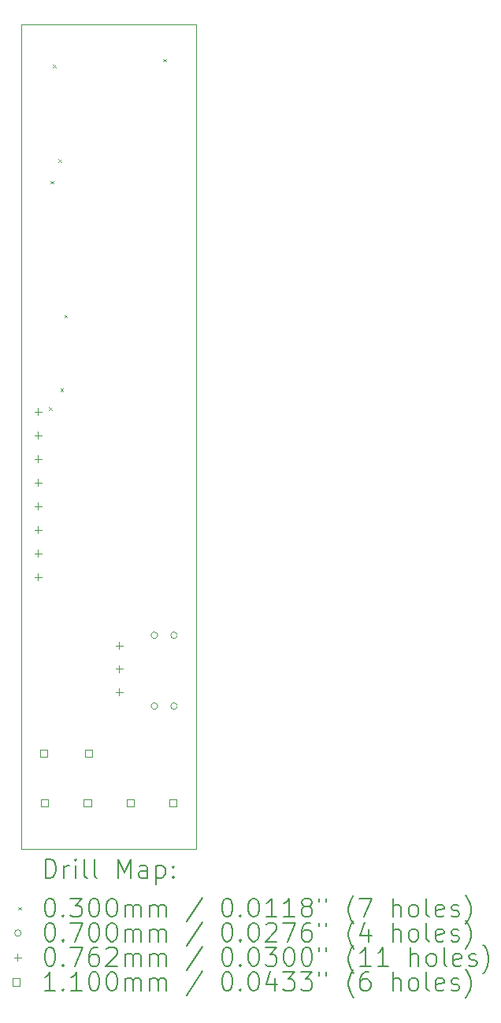
<source format=gbr>
%TF.GenerationSoftware,KiCad,Pcbnew,8.0.8*%
%TF.CreationDate,2025-02-17T15:57:04+09:00*%
%TF.ProjectId,hotdoggu_slimeVR_PCB,686f7464-6f67-4677-955f-736c696d6556,rev?*%
%TF.SameCoordinates,Original*%
%TF.FileFunction,Drillmap*%
%TF.FilePolarity,Positive*%
%FSLAX45Y45*%
G04 Gerber Fmt 4.5, Leading zero omitted, Abs format (unit mm)*
G04 Created by KiCad (PCBNEW 8.0.8) date 2025-02-17 15:57:04*
%MOMM*%
%LPD*%
G01*
G04 APERTURE LIST*
%ADD10C,0.050000*%
%ADD11C,0.200000*%
%ADD12C,0.100000*%
%ADD13C,0.110000*%
G04 APERTURE END LIST*
D10*
X14571000Y-4329000D02*
X16451000Y-4329000D01*
X16451000Y-13189000D01*
X14571000Y-13189000D01*
X14571000Y-4329000D01*
D11*
D12*
X14869400Y-8443200D02*
X14899400Y-8473200D01*
X14899400Y-8443200D02*
X14869400Y-8473200D01*
X14885000Y-6010000D02*
X14915000Y-6040000D01*
X14915000Y-6010000D02*
X14885000Y-6040000D01*
X14910000Y-4760000D02*
X14940000Y-4790000D01*
X14940000Y-4760000D02*
X14910000Y-4790000D01*
X14971000Y-5776200D02*
X15001000Y-5806200D01*
X15001000Y-5776200D02*
X14971000Y-5806200D01*
X14989400Y-8239400D02*
X15019400Y-8269400D01*
X15019400Y-8239400D02*
X14989400Y-8269400D01*
X15031000Y-7449500D02*
X15061000Y-7479500D01*
X15061000Y-7449500D02*
X15031000Y-7479500D01*
X16093000Y-4699000D02*
X16123000Y-4729000D01*
X16123000Y-4699000D02*
X16093000Y-4729000D01*
X16035000Y-10894000D02*
G75*
G02*
X15965000Y-10894000I-35000J0D01*
G01*
X15965000Y-10894000D02*
G75*
G02*
X16035000Y-10894000I35000J0D01*
G01*
X16035000Y-11656000D02*
G75*
G02*
X15965000Y-11656000I-35000J0D01*
G01*
X15965000Y-11656000D02*
G75*
G02*
X16035000Y-11656000I35000J0D01*
G01*
X16246000Y-10894000D02*
G75*
G02*
X16176000Y-10894000I-35000J0D01*
G01*
X16176000Y-10894000D02*
G75*
G02*
X16246000Y-10894000I35000J0D01*
G01*
X16246000Y-11656000D02*
G75*
G02*
X16176000Y-11656000I-35000J0D01*
G01*
X16176000Y-11656000D02*
G75*
G02*
X16246000Y-11656000I35000J0D01*
G01*
X14750000Y-8452100D02*
X14750000Y-8528300D01*
X14711900Y-8490200D02*
X14788100Y-8490200D01*
X14750000Y-8706100D02*
X14750000Y-8782300D01*
X14711900Y-8744200D02*
X14788100Y-8744200D01*
X14750000Y-8960100D02*
X14750000Y-9036300D01*
X14711900Y-8998200D02*
X14788100Y-8998200D01*
X14750000Y-9214100D02*
X14750000Y-9290300D01*
X14711900Y-9252200D02*
X14788100Y-9252200D01*
X14750000Y-9468100D02*
X14750000Y-9544300D01*
X14711900Y-9506200D02*
X14788100Y-9506200D01*
X14750000Y-9722100D02*
X14750000Y-9798300D01*
X14711900Y-9760200D02*
X14788100Y-9760200D01*
X14750000Y-9976100D02*
X14750000Y-10052300D01*
X14711900Y-10014200D02*
X14788100Y-10014200D01*
X14750000Y-10230100D02*
X14750000Y-10306300D01*
X14711900Y-10268200D02*
X14788100Y-10268200D01*
X15622000Y-10966200D02*
X15622000Y-11042400D01*
X15583900Y-11004300D02*
X15660100Y-11004300D01*
X15622000Y-11216200D02*
X15622000Y-11292400D01*
X15583900Y-11254300D02*
X15660100Y-11254300D01*
X15622000Y-11466200D02*
X15622000Y-11542400D01*
X15583900Y-11504300D02*
X15660100Y-11504300D01*
D13*
X14849691Y-12205491D02*
X14849691Y-12127709D01*
X14771909Y-12127709D01*
X14771909Y-12205491D01*
X14849691Y-12205491D01*
X14859891Y-12738891D02*
X14859891Y-12661109D01*
X14782109Y-12661109D01*
X14782109Y-12738891D01*
X14859891Y-12738891D01*
X15319891Y-12738891D02*
X15319891Y-12661109D01*
X15242109Y-12661109D01*
X15242109Y-12738891D01*
X15319891Y-12738891D01*
X15329691Y-12205491D02*
X15329691Y-12127709D01*
X15251909Y-12127709D01*
X15251909Y-12205491D01*
X15329691Y-12205491D01*
X15779891Y-12738891D02*
X15779891Y-12661109D01*
X15702109Y-12661109D01*
X15702109Y-12738891D01*
X15779891Y-12738891D01*
X16239891Y-12738891D02*
X16239891Y-12661109D01*
X16162109Y-12661109D01*
X16162109Y-12738891D01*
X16239891Y-12738891D01*
D11*
X14829277Y-13502984D02*
X14829277Y-13302984D01*
X14829277Y-13302984D02*
X14876896Y-13302984D01*
X14876896Y-13302984D02*
X14905467Y-13312508D01*
X14905467Y-13312508D02*
X14924515Y-13331555D01*
X14924515Y-13331555D02*
X14934039Y-13350603D01*
X14934039Y-13350603D02*
X14943562Y-13388698D01*
X14943562Y-13388698D02*
X14943562Y-13417269D01*
X14943562Y-13417269D02*
X14934039Y-13455365D01*
X14934039Y-13455365D02*
X14924515Y-13474412D01*
X14924515Y-13474412D02*
X14905467Y-13493460D01*
X14905467Y-13493460D02*
X14876896Y-13502984D01*
X14876896Y-13502984D02*
X14829277Y-13502984D01*
X15029277Y-13502984D02*
X15029277Y-13369650D01*
X15029277Y-13407746D02*
X15038801Y-13388698D01*
X15038801Y-13388698D02*
X15048324Y-13379174D01*
X15048324Y-13379174D02*
X15067372Y-13369650D01*
X15067372Y-13369650D02*
X15086420Y-13369650D01*
X15153086Y-13502984D02*
X15153086Y-13369650D01*
X15153086Y-13302984D02*
X15143562Y-13312508D01*
X15143562Y-13312508D02*
X15153086Y-13322031D01*
X15153086Y-13322031D02*
X15162610Y-13312508D01*
X15162610Y-13312508D02*
X15153086Y-13302984D01*
X15153086Y-13302984D02*
X15153086Y-13322031D01*
X15276896Y-13502984D02*
X15257848Y-13493460D01*
X15257848Y-13493460D02*
X15248324Y-13474412D01*
X15248324Y-13474412D02*
X15248324Y-13302984D01*
X15381658Y-13502984D02*
X15362610Y-13493460D01*
X15362610Y-13493460D02*
X15353086Y-13474412D01*
X15353086Y-13474412D02*
X15353086Y-13302984D01*
X15610229Y-13502984D02*
X15610229Y-13302984D01*
X15610229Y-13302984D02*
X15676896Y-13445841D01*
X15676896Y-13445841D02*
X15743562Y-13302984D01*
X15743562Y-13302984D02*
X15743562Y-13502984D01*
X15924515Y-13502984D02*
X15924515Y-13398222D01*
X15924515Y-13398222D02*
X15914991Y-13379174D01*
X15914991Y-13379174D02*
X15895943Y-13369650D01*
X15895943Y-13369650D02*
X15857848Y-13369650D01*
X15857848Y-13369650D02*
X15838801Y-13379174D01*
X15924515Y-13493460D02*
X15905467Y-13502984D01*
X15905467Y-13502984D02*
X15857848Y-13502984D01*
X15857848Y-13502984D02*
X15838801Y-13493460D01*
X15838801Y-13493460D02*
X15829277Y-13474412D01*
X15829277Y-13474412D02*
X15829277Y-13455365D01*
X15829277Y-13455365D02*
X15838801Y-13436317D01*
X15838801Y-13436317D02*
X15857848Y-13426793D01*
X15857848Y-13426793D02*
X15905467Y-13426793D01*
X15905467Y-13426793D02*
X15924515Y-13417269D01*
X16019753Y-13369650D02*
X16019753Y-13569650D01*
X16019753Y-13379174D02*
X16038801Y-13369650D01*
X16038801Y-13369650D02*
X16076896Y-13369650D01*
X16076896Y-13369650D02*
X16095943Y-13379174D01*
X16095943Y-13379174D02*
X16105467Y-13388698D01*
X16105467Y-13388698D02*
X16114991Y-13407746D01*
X16114991Y-13407746D02*
X16114991Y-13464888D01*
X16114991Y-13464888D02*
X16105467Y-13483936D01*
X16105467Y-13483936D02*
X16095943Y-13493460D01*
X16095943Y-13493460D02*
X16076896Y-13502984D01*
X16076896Y-13502984D02*
X16038801Y-13502984D01*
X16038801Y-13502984D02*
X16019753Y-13493460D01*
X16200705Y-13483936D02*
X16210229Y-13493460D01*
X16210229Y-13493460D02*
X16200705Y-13502984D01*
X16200705Y-13502984D02*
X16191182Y-13493460D01*
X16191182Y-13493460D02*
X16200705Y-13483936D01*
X16200705Y-13483936D02*
X16200705Y-13502984D01*
X16200705Y-13379174D02*
X16210229Y-13388698D01*
X16210229Y-13388698D02*
X16200705Y-13398222D01*
X16200705Y-13398222D02*
X16191182Y-13388698D01*
X16191182Y-13388698D02*
X16200705Y-13379174D01*
X16200705Y-13379174D02*
X16200705Y-13398222D01*
D12*
X14538500Y-13816500D02*
X14568500Y-13846500D01*
X14568500Y-13816500D02*
X14538500Y-13846500D01*
D11*
X14867372Y-13722984D02*
X14886420Y-13722984D01*
X14886420Y-13722984D02*
X14905467Y-13732508D01*
X14905467Y-13732508D02*
X14914991Y-13742031D01*
X14914991Y-13742031D02*
X14924515Y-13761079D01*
X14924515Y-13761079D02*
X14934039Y-13799174D01*
X14934039Y-13799174D02*
X14934039Y-13846793D01*
X14934039Y-13846793D02*
X14924515Y-13884888D01*
X14924515Y-13884888D02*
X14914991Y-13903936D01*
X14914991Y-13903936D02*
X14905467Y-13913460D01*
X14905467Y-13913460D02*
X14886420Y-13922984D01*
X14886420Y-13922984D02*
X14867372Y-13922984D01*
X14867372Y-13922984D02*
X14848324Y-13913460D01*
X14848324Y-13913460D02*
X14838801Y-13903936D01*
X14838801Y-13903936D02*
X14829277Y-13884888D01*
X14829277Y-13884888D02*
X14819753Y-13846793D01*
X14819753Y-13846793D02*
X14819753Y-13799174D01*
X14819753Y-13799174D02*
X14829277Y-13761079D01*
X14829277Y-13761079D02*
X14838801Y-13742031D01*
X14838801Y-13742031D02*
X14848324Y-13732508D01*
X14848324Y-13732508D02*
X14867372Y-13722984D01*
X15019753Y-13903936D02*
X15029277Y-13913460D01*
X15029277Y-13913460D02*
X15019753Y-13922984D01*
X15019753Y-13922984D02*
X15010229Y-13913460D01*
X15010229Y-13913460D02*
X15019753Y-13903936D01*
X15019753Y-13903936D02*
X15019753Y-13922984D01*
X15095943Y-13722984D02*
X15219753Y-13722984D01*
X15219753Y-13722984D02*
X15153086Y-13799174D01*
X15153086Y-13799174D02*
X15181658Y-13799174D01*
X15181658Y-13799174D02*
X15200705Y-13808698D01*
X15200705Y-13808698D02*
X15210229Y-13818222D01*
X15210229Y-13818222D02*
X15219753Y-13837269D01*
X15219753Y-13837269D02*
X15219753Y-13884888D01*
X15219753Y-13884888D02*
X15210229Y-13903936D01*
X15210229Y-13903936D02*
X15200705Y-13913460D01*
X15200705Y-13913460D02*
X15181658Y-13922984D01*
X15181658Y-13922984D02*
X15124515Y-13922984D01*
X15124515Y-13922984D02*
X15105467Y-13913460D01*
X15105467Y-13913460D02*
X15095943Y-13903936D01*
X15343562Y-13722984D02*
X15362610Y-13722984D01*
X15362610Y-13722984D02*
X15381658Y-13732508D01*
X15381658Y-13732508D02*
X15391182Y-13742031D01*
X15391182Y-13742031D02*
X15400705Y-13761079D01*
X15400705Y-13761079D02*
X15410229Y-13799174D01*
X15410229Y-13799174D02*
X15410229Y-13846793D01*
X15410229Y-13846793D02*
X15400705Y-13884888D01*
X15400705Y-13884888D02*
X15391182Y-13903936D01*
X15391182Y-13903936D02*
X15381658Y-13913460D01*
X15381658Y-13913460D02*
X15362610Y-13922984D01*
X15362610Y-13922984D02*
X15343562Y-13922984D01*
X15343562Y-13922984D02*
X15324515Y-13913460D01*
X15324515Y-13913460D02*
X15314991Y-13903936D01*
X15314991Y-13903936D02*
X15305467Y-13884888D01*
X15305467Y-13884888D02*
X15295943Y-13846793D01*
X15295943Y-13846793D02*
X15295943Y-13799174D01*
X15295943Y-13799174D02*
X15305467Y-13761079D01*
X15305467Y-13761079D02*
X15314991Y-13742031D01*
X15314991Y-13742031D02*
X15324515Y-13732508D01*
X15324515Y-13732508D02*
X15343562Y-13722984D01*
X15534039Y-13722984D02*
X15553086Y-13722984D01*
X15553086Y-13722984D02*
X15572134Y-13732508D01*
X15572134Y-13732508D02*
X15581658Y-13742031D01*
X15581658Y-13742031D02*
X15591182Y-13761079D01*
X15591182Y-13761079D02*
X15600705Y-13799174D01*
X15600705Y-13799174D02*
X15600705Y-13846793D01*
X15600705Y-13846793D02*
X15591182Y-13884888D01*
X15591182Y-13884888D02*
X15581658Y-13903936D01*
X15581658Y-13903936D02*
X15572134Y-13913460D01*
X15572134Y-13913460D02*
X15553086Y-13922984D01*
X15553086Y-13922984D02*
X15534039Y-13922984D01*
X15534039Y-13922984D02*
X15514991Y-13913460D01*
X15514991Y-13913460D02*
X15505467Y-13903936D01*
X15505467Y-13903936D02*
X15495943Y-13884888D01*
X15495943Y-13884888D02*
X15486420Y-13846793D01*
X15486420Y-13846793D02*
X15486420Y-13799174D01*
X15486420Y-13799174D02*
X15495943Y-13761079D01*
X15495943Y-13761079D02*
X15505467Y-13742031D01*
X15505467Y-13742031D02*
X15514991Y-13732508D01*
X15514991Y-13732508D02*
X15534039Y-13722984D01*
X15686420Y-13922984D02*
X15686420Y-13789650D01*
X15686420Y-13808698D02*
X15695943Y-13799174D01*
X15695943Y-13799174D02*
X15714991Y-13789650D01*
X15714991Y-13789650D02*
X15743563Y-13789650D01*
X15743563Y-13789650D02*
X15762610Y-13799174D01*
X15762610Y-13799174D02*
X15772134Y-13818222D01*
X15772134Y-13818222D02*
X15772134Y-13922984D01*
X15772134Y-13818222D02*
X15781658Y-13799174D01*
X15781658Y-13799174D02*
X15800705Y-13789650D01*
X15800705Y-13789650D02*
X15829277Y-13789650D01*
X15829277Y-13789650D02*
X15848324Y-13799174D01*
X15848324Y-13799174D02*
X15857848Y-13818222D01*
X15857848Y-13818222D02*
X15857848Y-13922984D01*
X15953086Y-13922984D02*
X15953086Y-13789650D01*
X15953086Y-13808698D02*
X15962610Y-13799174D01*
X15962610Y-13799174D02*
X15981658Y-13789650D01*
X15981658Y-13789650D02*
X16010229Y-13789650D01*
X16010229Y-13789650D02*
X16029277Y-13799174D01*
X16029277Y-13799174D02*
X16038801Y-13818222D01*
X16038801Y-13818222D02*
X16038801Y-13922984D01*
X16038801Y-13818222D02*
X16048324Y-13799174D01*
X16048324Y-13799174D02*
X16067372Y-13789650D01*
X16067372Y-13789650D02*
X16095943Y-13789650D01*
X16095943Y-13789650D02*
X16114991Y-13799174D01*
X16114991Y-13799174D02*
X16124515Y-13818222D01*
X16124515Y-13818222D02*
X16124515Y-13922984D01*
X16514991Y-13713460D02*
X16343563Y-13970603D01*
X16772134Y-13722984D02*
X16791182Y-13722984D01*
X16791182Y-13722984D02*
X16810229Y-13732508D01*
X16810229Y-13732508D02*
X16819753Y-13742031D01*
X16819753Y-13742031D02*
X16829277Y-13761079D01*
X16829277Y-13761079D02*
X16838801Y-13799174D01*
X16838801Y-13799174D02*
X16838801Y-13846793D01*
X16838801Y-13846793D02*
X16829277Y-13884888D01*
X16829277Y-13884888D02*
X16819753Y-13903936D01*
X16819753Y-13903936D02*
X16810229Y-13913460D01*
X16810229Y-13913460D02*
X16791182Y-13922984D01*
X16791182Y-13922984D02*
X16772134Y-13922984D01*
X16772134Y-13922984D02*
X16753086Y-13913460D01*
X16753086Y-13913460D02*
X16743563Y-13903936D01*
X16743563Y-13903936D02*
X16734039Y-13884888D01*
X16734039Y-13884888D02*
X16724515Y-13846793D01*
X16724515Y-13846793D02*
X16724515Y-13799174D01*
X16724515Y-13799174D02*
X16734039Y-13761079D01*
X16734039Y-13761079D02*
X16743563Y-13742031D01*
X16743563Y-13742031D02*
X16753086Y-13732508D01*
X16753086Y-13732508D02*
X16772134Y-13722984D01*
X16924515Y-13903936D02*
X16934039Y-13913460D01*
X16934039Y-13913460D02*
X16924515Y-13922984D01*
X16924515Y-13922984D02*
X16914991Y-13913460D01*
X16914991Y-13913460D02*
X16924515Y-13903936D01*
X16924515Y-13903936D02*
X16924515Y-13922984D01*
X17057848Y-13722984D02*
X17076896Y-13722984D01*
X17076896Y-13722984D02*
X17095944Y-13732508D01*
X17095944Y-13732508D02*
X17105468Y-13742031D01*
X17105468Y-13742031D02*
X17114991Y-13761079D01*
X17114991Y-13761079D02*
X17124515Y-13799174D01*
X17124515Y-13799174D02*
X17124515Y-13846793D01*
X17124515Y-13846793D02*
X17114991Y-13884888D01*
X17114991Y-13884888D02*
X17105468Y-13903936D01*
X17105468Y-13903936D02*
X17095944Y-13913460D01*
X17095944Y-13913460D02*
X17076896Y-13922984D01*
X17076896Y-13922984D02*
X17057848Y-13922984D01*
X17057848Y-13922984D02*
X17038801Y-13913460D01*
X17038801Y-13913460D02*
X17029277Y-13903936D01*
X17029277Y-13903936D02*
X17019753Y-13884888D01*
X17019753Y-13884888D02*
X17010229Y-13846793D01*
X17010229Y-13846793D02*
X17010229Y-13799174D01*
X17010229Y-13799174D02*
X17019753Y-13761079D01*
X17019753Y-13761079D02*
X17029277Y-13742031D01*
X17029277Y-13742031D02*
X17038801Y-13732508D01*
X17038801Y-13732508D02*
X17057848Y-13722984D01*
X17314991Y-13922984D02*
X17200706Y-13922984D01*
X17257848Y-13922984D02*
X17257848Y-13722984D01*
X17257848Y-13722984D02*
X17238801Y-13751555D01*
X17238801Y-13751555D02*
X17219753Y-13770603D01*
X17219753Y-13770603D02*
X17200706Y-13780127D01*
X17505468Y-13922984D02*
X17391182Y-13922984D01*
X17448325Y-13922984D02*
X17448325Y-13722984D01*
X17448325Y-13722984D02*
X17429277Y-13751555D01*
X17429277Y-13751555D02*
X17410229Y-13770603D01*
X17410229Y-13770603D02*
X17391182Y-13780127D01*
X17619753Y-13808698D02*
X17600706Y-13799174D01*
X17600706Y-13799174D02*
X17591182Y-13789650D01*
X17591182Y-13789650D02*
X17581658Y-13770603D01*
X17581658Y-13770603D02*
X17581658Y-13761079D01*
X17581658Y-13761079D02*
X17591182Y-13742031D01*
X17591182Y-13742031D02*
X17600706Y-13732508D01*
X17600706Y-13732508D02*
X17619753Y-13722984D01*
X17619753Y-13722984D02*
X17657849Y-13722984D01*
X17657849Y-13722984D02*
X17676896Y-13732508D01*
X17676896Y-13732508D02*
X17686420Y-13742031D01*
X17686420Y-13742031D02*
X17695944Y-13761079D01*
X17695944Y-13761079D02*
X17695944Y-13770603D01*
X17695944Y-13770603D02*
X17686420Y-13789650D01*
X17686420Y-13789650D02*
X17676896Y-13799174D01*
X17676896Y-13799174D02*
X17657849Y-13808698D01*
X17657849Y-13808698D02*
X17619753Y-13808698D01*
X17619753Y-13808698D02*
X17600706Y-13818222D01*
X17600706Y-13818222D02*
X17591182Y-13827746D01*
X17591182Y-13827746D02*
X17581658Y-13846793D01*
X17581658Y-13846793D02*
X17581658Y-13884888D01*
X17581658Y-13884888D02*
X17591182Y-13903936D01*
X17591182Y-13903936D02*
X17600706Y-13913460D01*
X17600706Y-13913460D02*
X17619753Y-13922984D01*
X17619753Y-13922984D02*
X17657849Y-13922984D01*
X17657849Y-13922984D02*
X17676896Y-13913460D01*
X17676896Y-13913460D02*
X17686420Y-13903936D01*
X17686420Y-13903936D02*
X17695944Y-13884888D01*
X17695944Y-13884888D02*
X17695944Y-13846793D01*
X17695944Y-13846793D02*
X17686420Y-13827746D01*
X17686420Y-13827746D02*
X17676896Y-13818222D01*
X17676896Y-13818222D02*
X17657849Y-13808698D01*
X17772134Y-13722984D02*
X17772134Y-13761079D01*
X17848325Y-13722984D02*
X17848325Y-13761079D01*
X18143563Y-13999174D02*
X18134039Y-13989650D01*
X18134039Y-13989650D02*
X18114991Y-13961079D01*
X18114991Y-13961079D02*
X18105468Y-13942031D01*
X18105468Y-13942031D02*
X18095944Y-13913460D01*
X18095944Y-13913460D02*
X18086420Y-13865841D01*
X18086420Y-13865841D02*
X18086420Y-13827746D01*
X18086420Y-13827746D02*
X18095944Y-13780127D01*
X18095944Y-13780127D02*
X18105468Y-13751555D01*
X18105468Y-13751555D02*
X18114991Y-13732508D01*
X18114991Y-13732508D02*
X18134039Y-13703936D01*
X18134039Y-13703936D02*
X18143563Y-13694412D01*
X18200706Y-13722984D02*
X18334039Y-13722984D01*
X18334039Y-13722984D02*
X18248325Y-13922984D01*
X18562611Y-13922984D02*
X18562611Y-13722984D01*
X18648325Y-13922984D02*
X18648325Y-13818222D01*
X18648325Y-13818222D02*
X18638801Y-13799174D01*
X18638801Y-13799174D02*
X18619753Y-13789650D01*
X18619753Y-13789650D02*
X18591182Y-13789650D01*
X18591182Y-13789650D02*
X18572134Y-13799174D01*
X18572134Y-13799174D02*
X18562611Y-13808698D01*
X18772134Y-13922984D02*
X18753087Y-13913460D01*
X18753087Y-13913460D02*
X18743563Y-13903936D01*
X18743563Y-13903936D02*
X18734039Y-13884888D01*
X18734039Y-13884888D02*
X18734039Y-13827746D01*
X18734039Y-13827746D02*
X18743563Y-13808698D01*
X18743563Y-13808698D02*
X18753087Y-13799174D01*
X18753087Y-13799174D02*
X18772134Y-13789650D01*
X18772134Y-13789650D02*
X18800706Y-13789650D01*
X18800706Y-13789650D02*
X18819753Y-13799174D01*
X18819753Y-13799174D02*
X18829277Y-13808698D01*
X18829277Y-13808698D02*
X18838801Y-13827746D01*
X18838801Y-13827746D02*
X18838801Y-13884888D01*
X18838801Y-13884888D02*
X18829277Y-13903936D01*
X18829277Y-13903936D02*
X18819753Y-13913460D01*
X18819753Y-13913460D02*
X18800706Y-13922984D01*
X18800706Y-13922984D02*
X18772134Y-13922984D01*
X18953087Y-13922984D02*
X18934039Y-13913460D01*
X18934039Y-13913460D02*
X18924515Y-13894412D01*
X18924515Y-13894412D02*
X18924515Y-13722984D01*
X19105468Y-13913460D02*
X19086420Y-13922984D01*
X19086420Y-13922984D02*
X19048325Y-13922984D01*
X19048325Y-13922984D02*
X19029277Y-13913460D01*
X19029277Y-13913460D02*
X19019753Y-13894412D01*
X19019753Y-13894412D02*
X19019753Y-13818222D01*
X19019753Y-13818222D02*
X19029277Y-13799174D01*
X19029277Y-13799174D02*
X19048325Y-13789650D01*
X19048325Y-13789650D02*
X19086420Y-13789650D01*
X19086420Y-13789650D02*
X19105468Y-13799174D01*
X19105468Y-13799174D02*
X19114992Y-13818222D01*
X19114992Y-13818222D02*
X19114992Y-13837269D01*
X19114992Y-13837269D02*
X19019753Y-13856317D01*
X19191182Y-13913460D02*
X19210230Y-13922984D01*
X19210230Y-13922984D02*
X19248325Y-13922984D01*
X19248325Y-13922984D02*
X19267373Y-13913460D01*
X19267373Y-13913460D02*
X19276896Y-13894412D01*
X19276896Y-13894412D02*
X19276896Y-13884888D01*
X19276896Y-13884888D02*
X19267373Y-13865841D01*
X19267373Y-13865841D02*
X19248325Y-13856317D01*
X19248325Y-13856317D02*
X19219753Y-13856317D01*
X19219753Y-13856317D02*
X19200706Y-13846793D01*
X19200706Y-13846793D02*
X19191182Y-13827746D01*
X19191182Y-13827746D02*
X19191182Y-13818222D01*
X19191182Y-13818222D02*
X19200706Y-13799174D01*
X19200706Y-13799174D02*
X19219753Y-13789650D01*
X19219753Y-13789650D02*
X19248325Y-13789650D01*
X19248325Y-13789650D02*
X19267373Y-13799174D01*
X19343563Y-13999174D02*
X19353087Y-13989650D01*
X19353087Y-13989650D02*
X19372134Y-13961079D01*
X19372134Y-13961079D02*
X19381658Y-13942031D01*
X19381658Y-13942031D02*
X19391182Y-13913460D01*
X19391182Y-13913460D02*
X19400706Y-13865841D01*
X19400706Y-13865841D02*
X19400706Y-13827746D01*
X19400706Y-13827746D02*
X19391182Y-13780127D01*
X19391182Y-13780127D02*
X19381658Y-13751555D01*
X19381658Y-13751555D02*
X19372134Y-13732508D01*
X19372134Y-13732508D02*
X19353087Y-13703936D01*
X19353087Y-13703936D02*
X19343563Y-13694412D01*
D12*
X14568500Y-14095500D02*
G75*
G02*
X14498500Y-14095500I-35000J0D01*
G01*
X14498500Y-14095500D02*
G75*
G02*
X14568500Y-14095500I35000J0D01*
G01*
D11*
X14867372Y-13986984D02*
X14886420Y-13986984D01*
X14886420Y-13986984D02*
X14905467Y-13996508D01*
X14905467Y-13996508D02*
X14914991Y-14006031D01*
X14914991Y-14006031D02*
X14924515Y-14025079D01*
X14924515Y-14025079D02*
X14934039Y-14063174D01*
X14934039Y-14063174D02*
X14934039Y-14110793D01*
X14934039Y-14110793D02*
X14924515Y-14148888D01*
X14924515Y-14148888D02*
X14914991Y-14167936D01*
X14914991Y-14167936D02*
X14905467Y-14177460D01*
X14905467Y-14177460D02*
X14886420Y-14186984D01*
X14886420Y-14186984D02*
X14867372Y-14186984D01*
X14867372Y-14186984D02*
X14848324Y-14177460D01*
X14848324Y-14177460D02*
X14838801Y-14167936D01*
X14838801Y-14167936D02*
X14829277Y-14148888D01*
X14829277Y-14148888D02*
X14819753Y-14110793D01*
X14819753Y-14110793D02*
X14819753Y-14063174D01*
X14819753Y-14063174D02*
X14829277Y-14025079D01*
X14829277Y-14025079D02*
X14838801Y-14006031D01*
X14838801Y-14006031D02*
X14848324Y-13996508D01*
X14848324Y-13996508D02*
X14867372Y-13986984D01*
X15019753Y-14167936D02*
X15029277Y-14177460D01*
X15029277Y-14177460D02*
X15019753Y-14186984D01*
X15019753Y-14186984D02*
X15010229Y-14177460D01*
X15010229Y-14177460D02*
X15019753Y-14167936D01*
X15019753Y-14167936D02*
X15019753Y-14186984D01*
X15095943Y-13986984D02*
X15229277Y-13986984D01*
X15229277Y-13986984D02*
X15143562Y-14186984D01*
X15343562Y-13986984D02*
X15362610Y-13986984D01*
X15362610Y-13986984D02*
X15381658Y-13996508D01*
X15381658Y-13996508D02*
X15391182Y-14006031D01*
X15391182Y-14006031D02*
X15400705Y-14025079D01*
X15400705Y-14025079D02*
X15410229Y-14063174D01*
X15410229Y-14063174D02*
X15410229Y-14110793D01*
X15410229Y-14110793D02*
X15400705Y-14148888D01*
X15400705Y-14148888D02*
X15391182Y-14167936D01*
X15391182Y-14167936D02*
X15381658Y-14177460D01*
X15381658Y-14177460D02*
X15362610Y-14186984D01*
X15362610Y-14186984D02*
X15343562Y-14186984D01*
X15343562Y-14186984D02*
X15324515Y-14177460D01*
X15324515Y-14177460D02*
X15314991Y-14167936D01*
X15314991Y-14167936D02*
X15305467Y-14148888D01*
X15305467Y-14148888D02*
X15295943Y-14110793D01*
X15295943Y-14110793D02*
X15295943Y-14063174D01*
X15295943Y-14063174D02*
X15305467Y-14025079D01*
X15305467Y-14025079D02*
X15314991Y-14006031D01*
X15314991Y-14006031D02*
X15324515Y-13996508D01*
X15324515Y-13996508D02*
X15343562Y-13986984D01*
X15534039Y-13986984D02*
X15553086Y-13986984D01*
X15553086Y-13986984D02*
X15572134Y-13996508D01*
X15572134Y-13996508D02*
X15581658Y-14006031D01*
X15581658Y-14006031D02*
X15591182Y-14025079D01*
X15591182Y-14025079D02*
X15600705Y-14063174D01*
X15600705Y-14063174D02*
X15600705Y-14110793D01*
X15600705Y-14110793D02*
X15591182Y-14148888D01*
X15591182Y-14148888D02*
X15581658Y-14167936D01*
X15581658Y-14167936D02*
X15572134Y-14177460D01*
X15572134Y-14177460D02*
X15553086Y-14186984D01*
X15553086Y-14186984D02*
X15534039Y-14186984D01*
X15534039Y-14186984D02*
X15514991Y-14177460D01*
X15514991Y-14177460D02*
X15505467Y-14167936D01*
X15505467Y-14167936D02*
X15495943Y-14148888D01*
X15495943Y-14148888D02*
X15486420Y-14110793D01*
X15486420Y-14110793D02*
X15486420Y-14063174D01*
X15486420Y-14063174D02*
X15495943Y-14025079D01*
X15495943Y-14025079D02*
X15505467Y-14006031D01*
X15505467Y-14006031D02*
X15514991Y-13996508D01*
X15514991Y-13996508D02*
X15534039Y-13986984D01*
X15686420Y-14186984D02*
X15686420Y-14053650D01*
X15686420Y-14072698D02*
X15695943Y-14063174D01*
X15695943Y-14063174D02*
X15714991Y-14053650D01*
X15714991Y-14053650D02*
X15743563Y-14053650D01*
X15743563Y-14053650D02*
X15762610Y-14063174D01*
X15762610Y-14063174D02*
X15772134Y-14082222D01*
X15772134Y-14082222D02*
X15772134Y-14186984D01*
X15772134Y-14082222D02*
X15781658Y-14063174D01*
X15781658Y-14063174D02*
X15800705Y-14053650D01*
X15800705Y-14053650D02*
X15829277Y-14053650D01*
X15829277Y-14053650D02*
X15848324Y-14063174D01*
X15848324Y-14063174D02*
X15857848Y-14082222D01*
X15857848Y-14082222D02*
X15857848Y-14186984D01*
X15953086Y-14186984D02*
X15953086Y-14053650D01*
X15953086Y-14072698D02*
X15962610Y-14063174D01*
X15962610Y-14063174D02*
X15981658Y-14053650D01*
X15981658Y-14053650D02*
X16010229Y-14053650D01*
X16010229Y-14053650D02*
X16029277Y-14063174D01*
X16029277Y-14063174D02*
X16038801Y-14082222D01*
X16038801Y-14082222D02*
X16038801Y-14186984D01*
X16038801Y-14082222D02*
X16048324Y-14063174D01*
X16048324Y-14063174D02*
X16067372Y-14053650D01*
X16067372Y-14053650D02*
X16095943Y-14053650D01*
X16095943Y-14053650D02*
X16114991Y-14063174D01*
X16114991Y-14063174D02*
X16124515Y-14082222D01*
X16124515Y-14082222D02*
X16124515Y-14186984D01*
X16514991Y-13977460D02*
X16343563Y-14234603D01*
X16772134Y-13986984D02*
X16791182Y-13986984D01*
X16791182Y-13986984D02*
X16810229Y-13996508D01*
X16810229Y-13996508D02*
X16819753Y-14006031D01*
X16819753Y-14006031D02*
X16829277Y-14025079D01*
X16829277Y-14025079D02*
X16838801Y-14063174D01*
X16838801Y-14063174D02*
X16838801Y-14110793D01*
X16838801Y-14110793D02*
X16829277Y-14148888D01*
X16829277Y-14148888D02*
X16819753Y-14167936D01*
X16819753Y-14167936D02*
X16810229Y-14177460D01*
X16810229Y-14177460D02*
X16791182Y-14186984D01*
X16791182Y-14186984D02*
X16772134Y-14186984D01*
X16772134Y-14186984D02*
X16753086Y-14177460D01*
X16753086Y-14177460D02*
X16743563Y-14167936D01*
X16743563Y-14167936D02*
X16734039Y-14148888D01*
X16734039Y-14148888D02*
X16724515Y-14110793D01*
X16724515Y-14110793D02*
X16724515Y-14063174D01*
X16724515Y-14063174D02*
X16734039Y-14025079D01*
X16734039Y-14025079D02*
X16743563Y-14006031D01*
X16743563Y-14006031D02*
X16753086Y-13996508D01*
X16753086Y-13996508D02*
X16772134Y-13986984D01*
X16924515Y-14167936D02*
X16934039Y-14177460D01*
X16934039Y-14177460D02*
X16924515Y-14186984D01*
X16924515Y-14186984D02*
X16914991Y-14177460D01*
X16914991Y-14177460D02*
X16924515Y-14167936D01*
X16924515Y-14167936D02*
X16924515Y-14186984D01*
X17057848Y-13986984D02*
X17076896Y-13986984D01*
X17076896Y-13986984D02*
X17095944Y-13996508D01*
X17095944Y-13996508D02*
X17105468Y-14006031D01*
X17105468Y-14006031D02*
X17114991Y-14025079D01*
X17114991Y-14025079D02*
X17124515Y-14063174D01*
X17124515Y-14063174D02*
X17124515Y-14110793D01*
X17124515Y-14110793D02*
X17114991Y-14148888D01*
X17114991Y-14148888D02*
X17105468Y-14167936D01*
X17105468Y-14167936D02*
X17095944Y-14177460D01*
X17095944Y-14177460D02*
X17076896Y-14186984D01*
X17076896Y-14186984D02*
X17057848Y-14186984D01*
X17057848Y-14186984D02*
X17038801Y-14177460D01*
X17038801Y-14177460D02*
X17029277Y-14167936D01*
X17029277Y-14167936D02*
X17019753Y-14148888D01*
X17019753Y-14148888D02*
X17010229Y-14110793D01*
X17010229Y-14110793D02*
X17010229Y-14063174D01*
X17010229Y-14063174D02*
X17019753Y-14025079D01*
X17019753Y-14025079D02*
X17029277Y-14006031D01*
X17029277Y-14006031D02*
X17038801Y-13996508D01*
X17038801Y-13996508D02*
X17057848Y-13986984D01*
X17200706Y-14006031D02*
X17210229Y-13996508D01*
X17210229Y-13996508D02*
X17229277Y-13986984D01*
X17229277Y-13986984D02*
X17276896Y-13986984D01*
X17276896Y-13986984D02*
X17295944Y-13996508D01*
X17295944Y-13996508D02*
X17305468Y-14006031D01*
X17305468Y-14006031D02*
X17314991Y-14025079D01*
X17314991Y-14025079D02*
X17314991Y-14044127D01*
X17314991Y-14044127D02*
X17305468Y-14072698D01*
X17305468Y-14072698D02*
X17191182Y-14186984D01*
X17191182Y-14186984D02*
X17314991Y-14186984D01*
X17381658Y-13986984D02*
X17514991Y-13986984D01*
X17514991Y-13986984D02*
X17429277Y-14186984D01*
X17676896Y-13986984D02*
X17638801Y-13986984D01*
X17638801Y-13986984D02*
X17619753Y-13996508D01*
X17619753Y-13996508D02*
X17610229Y-14006031D01*
X17610229Y-14006031D02*
X17591182Y-14034603D01*
X17591182Y-14034603D02*
X17581658Y-14072698D01*
X17581658Y-14072698D02*
X17581658Y-14148888D01*
X17581658Y-14148888D02*
X17591182Y-14167936D01*
X17591182Y-14167936D02*
X17600706Y-14177460D01*
X17600706Y-14177460D02*
X17619753Y-14186984D01*
X17619753Y-14186984D02*
X17657849Y-14186984D01*
X17657849Y-14186984D02*
X17676896Y-14177460D01*
X17676896Y-14177460D02*
X17686420Y-14167936D01*
X17686420Y-14167936D02*
X17695944Y-14148888D01*
X17695944Y-14148888D02*
X17695944Y-14101269D01*
X17695944Y-14101269D02*
X17686420Y-14082222D01*
X17686420Y-14082222D02*
X17676896Y-14072698D01*
X17676896Y-14072698D02*
X17657849Y-14063174D01*
X17657849Y-14063174D02*
X17619753Y-14063174D01*
X17619753Y-14063174D02*
X17600706Y-14072698D01*
X17600706Y-14072698D02*
X17591182Y-14082222D01*
X17591182Y-14082222D02*
X17581658Y-14101269D01*
X17772134Y-13986984D02*
X17772134Y-14025079D01*
X17848325Y-13986984D02*
X17848325Y-14025079D01*
X18143563Y-14263174D02*
X18134039Y-14253650D01*
X18134039Y-14253650D02*
X18114991Y-14225079D01*
X18114991Y-14225079D02*
X18105468Y-14206031D01*
X18105468Y-14206031D02*
X18095944Y-14177460D01*
X18095944Y-14177460D02*
X18086420Y-14129841D01*
X18086420Y-14129841D02*
X18086420Y-14091746D01*
X18086420Y-14091746D02*
X18095944Y-14044127D01*
X18095944Y-14044127D02*
X18105468Y-14015555D01*
X18105468Y-14015555D02*
X18114991Y-13996508D01*
X18114991Y-13996508D02*
X18134039Y-13967936D01*
X18134039Y-13967936D02*
X18143563Y-13958412D01*
X18305468Y-14053650D02*
X18305468Y-14186984D01*
X18257849Y-13977460D02*
X18210230Y-14120317D01*
X18210230Y-14120317D02*
X18334039Y-14120317D01*
X18562611Y-14186984D02*
X18562611Y-13986984D01*
X18648325Y-14186984D02*
X18648325Y-14082222D01*
X18648325Y-14082222D02*
X18638801Y-14063174D01*
X18638801Y-14063174D02*
X18619753Y-14053650D01*
X18619753Y-14053650D02*
X18591182Y-14053650D01*
X18591182Y-14053650D02*
X18572134Y-14063174D01*
X18572134Y-14063174D02*
X18562611Y-14072698D01*
X18772134Y-14186984D02*
X18753087Y-14177460D01*
X18753087Y-14177460D02*
X18743563Y-14167936D01*
X18743563Y-14167936D02*
X18734039Y-14148888D01*
X18734039Y-14148888D02*
X18734039Y-14091746D01*
X18734039Y-14091746D02*
X18743563Y-14072698D01*
X18743563Y-14072698D02*
X18753087Y-14063174D01*
X18753087Y-14063174D02*
X18772134Y-14053650D01*
X18772134Y-14053650D02*
X18800706Y-14053650D01*
X18800706Y-14053650D02*
X18819753Y-14063174D01*
X18819753Y-14063174D02*
X18829277Y-14072698D01*
X18829277Y-14072698D02*
X18838801Y-14091746D01*
X18838801Y-14091746D02*
X18838801Y-14148888D01*
X18838801Y-14148888D02*
X18829277Y-14167936D01*
X18829277Y-14167936D02*
X18819753Y-14177460D01*
X18819753Y-14177460D02*
X18800706Y-14186984D01*
X18800706Y-14186984D02*
X18772134Y-14186984D01*
X18953087Y-14186984D02*
X18934039Y-14177460D01*
X18934039Y-14177460D02*
X18924515Y-14158412D01*
X18924515Y-14158412D02*
X18924515Y-13986984D01*
X19105468Y-14177460D02*
X19086420Y-14186984D01*
X19086420Y-14186984D02*
X19048325Y-14186984D01*
X19048325Y-14186984D02*
X19029277Y-14177460D01*
X19029277Y-14177460D02*
X19019753Y-14158412D01*
X19019753Y-14158412D02*
X19019753Y-14082222D01*
X19019753Y-14082222D02*
X19029277Y-14063174D01*
X19029277Y-14063174D02*
X19048325Y-14053650D01*
X19048325Y-14053650D02*
X19086420Y-14053650D01*
X19086420Y-14053650D02*
X19105468Y-14063174D01*
X19105468Y-14063174D02*
X19114992Y-14082222D01*
X19114992Y-14082222D02*
X19114992Y-14101269D01*
X19114992Y-14101269D02*
X19019753Y-14120317D01*
X19191182Y-14177460D02*
X19210230Y-14186984D01*
X19210230Y-14186984D02*
X19248325Y-14186984D01*
X19248325Y-14186984D02*
X19267373Y-14177460D01*
X19267373Y-14177460D02*
X19276896Y-14158412D01*
X19276896Y-14158412D02*
X19276896Y-14148888D01*
X19276896Y-14148888D02*
X19267373Y-14129841D01*
X19267373Y-14129841D02*
X19248325Y-14120317D01*
X19248325Y-14120317D02*
X19219753Y-14120317D01*
X19219753Y-14120317D02*
X19200706Y-14110793D01*
X19200706Y-14110793D02*
X19191182Y-14091746D01*
X19191182Y-14091746D02*
X19191182Y-14082222D01*
X19191182Y-14082222D02*
X19200706Y-14063174D01*
X19200706Y-14063174D02*
X19219753Y-14053650D01*
X19219753Y-14053650D02*
X19248325Y-14053650D01*
X19248325Y-14053650D02*
X19267373Y-14063174D01*
X19343563Y-14263174D02*
X19353087Y-14253650D01*
X19353087Y-14253650D02*
X19372134Y-14225079D01*
X19372134Y-14225079D02*
X19381658Y-14206031D01*
X19381658Y-14206031D02*
X19391182Y-14177460D01*
X19391182Y-14177460D02*
X19400706Y-14129841D01*
X19400706Y-14129841D02*
X19400706Y-14091746D01*
X19400706Y-14091746D02*
X19391182Y-14044127D01*
X19391182Y-14044127D02*
X19381658Y-14015555D01*
X19381658Y-14015555D02*
X19372134Y-13996508D01*
X19372134Y-13996508D02*
X19353087Y-13967936D01*
X19353087Y-13967936D02*
X19343563Y-13958412D01*
D12*
X14530400Y-14321400D02*
X14530400Y-14397600D01*
X14492300Y-14359500D02*
X14568500Y-14359500D01*
D11*
X14867372Y-14250984D02*
X14886420Y-14250984D01*
X14886420Y-14250984D02*
X14905467Y-14260508D01*
X14905467Y-14260508D02*
X14914991Y-14270031D01*
X14914991Y-14270031D02*
X14924515Y-14289079D01*
X14924515Y-14289079D02*
X14934039Y-14327174D01*
X14934039Y-14327174D02*
X14934039Y-14374793D01*
X14934039Y-14374793D02*
X14924515Y-14412888D01*
X14924515Y-14412888D02*
X14914991Y-14431936D01*
X14914991Y-14431936D02*
X14905467Y-14441460D01*
X14905467Y-14441460D02*
X14886420Y-14450984D01*
X14886420Y-14450984D02*
X14867372Y-14450984D01*
X14867372Y-14450984D02*
X14848324Y-14441460D01*
X14848324Y-14441460D02*
X14838801Y-14431936D01*
X14838801Y-14431936D02*
X14829277Y-14412888D01*
X14829277Y-14412888D02*
X14819753Y-14374793D01*
X14819753Y-14374793D02*
X14819753Y-14327174D01*
X14819753Y-14327174D02*
X14829277Y-14289079D01*
X14829277Y-14289079D02*
X14838801Y-14270031D01*
X14838801Y-14270031D02*
X14848324Y-14260508D01*
X14848324Y-14260508D02*
X14867372Y-14250984D01*
X15019753Y-14431936D02*
X15029277Y-14441460D01*
X15029277Y-14441460D02*
X15019753Y-14450984D01*
X15019753Y-14450984D02*
X15010229Y-14441460D01*
X15010229Y-14441460D02*
X15019753Y-14431936D01*
X15019753Y-14431936D02*
X15019753Y-14450984D01*
X15095943Y-14250984D02*
X15229277Y-14250984D01*
X15229277Y-14250984D02*
X15143562Y-14450984D01*
X15391182Y-14250984D02*
X15353086Y-14250984D01*
X15353086Y-14250984D02*
X15334039Y-14260508D01*
X15334039Y-14260508D02*
X15324515Y-14270031D01*
X15324515Y-14270031D02*
X15305467Y-14298603D01*
X15305467Y-14298603D02*
X15295943Y-14336698D01*
X15295943Y-14336698D02*
X15295943Y-14412888D01*
X15295943Y-14412888D02*
X15305467Y-14431936D01*
X15305467Y-14431936D02*
X15314991Y-14441460D01*
X15314991Y-14441460D02*
X15334039Y-14450984D01*
X15334039Y-14450984D02*
X15372134Y-14450984D01*
X15372134Y-14450984D02*
X15391182Y-14441460D01*
X15391182Y-14441460D02*
X15400705Y-14431936D01*
X15400705Y-14431936D02*
X15410229Y-14412888D01*
X15410229Y-14412888D02*
X15410229Y-14365269D01*
X15410229Y-14365269D02*
X15400705Y-14346222D01*
X15400705Y-14346222D02*
X15391182Y-14336698D01*
X15391182Y-14336698D02*
X15372134Y-14327174D01*
X15372134Y-14327174D02*
X15334039Y-14327174D01*
X15334039Y-14327174D02*
X15314991Y-14336698D01*
X15314991Y-14336698D02*
X15305467Y-14346222D01*
X15305467Y-14346222D02*
X15295943Y-14365269D01*
X15486420Y-14270031D02*
X15495943Y-14260508D01*
X15495943Y-14260508D02*
X15514991Y-14250984D01*
X15514991Y-14250984D02*
X15562610Y-14250984D01*
X15562610Y-14250984D02*
X15581658Y-14260508D01*
X15581658Y-14260508D02*
X15591182Y-14270031D01*
X15591182Y-14270031D02*
X15600705Y-14289079D01*
X15600705Y-14289079D02*
X15600705Y-14308127D01*
X15600705Y-14308127D02*
X15591182Y-14336698D01*
X15591182Y-14336698D02*
X15476896Y-14450984D01*
X15476896Y-14450984D02*
X15600705Y-14450984D01*
X15686420Y-14450984D02*
X15686420Y-14317650D01*
X15686420Y-14336698D02*
X15695943Y-14327174D01*
X15695943Y-14327174D02*
X15714991Y-14317650D01*
X15714991Y-14317650D02*
X15743563Y-14317650D01*
X15743563Y-14317650D02*
X15762610Y-14327174D01*
X15762610Y-14327174D02*
X15772134Y-14346222D01*
X15772134Y-14346222D02*
X15772134Y-14450984D01*
X15772134Y-14346222D02*
X15781658Y-14327174D01*
X15781658Y-14327174D02*
X15800705Y-14317650D01*
X15800705Y-14317650D02*
X15829277Y-14317650D01*
X15829277Y-14317650D02*
X15848324Y-14327174D01*
X15848324Y-14327174D02*
X15857848Y-14346222D01*
X15857848Y-14346222D02*
X15857848Y-14450984D01*
X15953086Y-14450984D02*
X15953086Y-14317650D01*
X15953086Y-14336698D02*
X15962610Y-14327174D01*
X15962610Y-14327174D02*
X15981658Y-14317650D01*
X15981658Y-14317650D02*
X16010229Y-14317650D01*
X16010229Y-14317650D02*
X16029277Y-14327174D01*
X16029277Y-14327174D02*
X16038801Y-14346222D01*
X16038801Y-14346222D02*
X16038801Y-14450984D01*
X16038801Y-14346222D02*
X16048324Y-14327174D01*
X16048324Y-14327174D02*
X16067372Y-14317650D01*
X16067372Y-14317650D02*
X16095943Y-14317650D01*
X16095943Y-14317650D02*
X16114991Y-14327174D01*
X16114991Y-14327174D02*
X16124515Y-14346222D01*
X16124515Y-14346222D02*
X16124515Y-14450984D01*
X16514991Y-14241460D02*
X16343563Y-14498603D01*
X16772134Y-14250984D02*
X16791182Y-14250984D01*
X16791182Y-14250984D02*
X16810229Y-14260508D01*
X16810229Y-14260508D02*
X16819753Y-14270031D01*
X16819753Y-14270031D02*
X16829277Y-14289079D01*
X16829277Y-14289079D02*
X16838801Y-14327174D01*
X16838801Y-14327174D02*
X16838801Y-14374793D01*
X16838801Y-14374793D02*
X16829277Y-14412888D01*
X16829277Y-14412888D02*
X16819753Y-14431936D01*
X16819753Y-14431936D02*
X16810229Y-14441460D01*
X16810229Y-14441460D02*
X16791182Y-14450984D01*
X16791182Y-14450984D02*
X16772134Y-14450984D01*
X16772134Y-14450984D02*
X16753086Y-14441460D01*
X16753086Y-14441460D02*
X16743563Y-14431936D01*
X16743563Y-14431936D02*
X16734039Y-14412888D01*
X16734039Y-14412888D02*
X16724515Y-14374793D01*
X16724515Y-14374793D02*
X16724515Y-14327174D01*
X16724515Y-14327174D02*
X16734039Y-14289079D01*
X16734039Y-14289079D02*
X16743563Y-14270031D01*
X16743563Y-14270031D02*
X16753086Y-14260508D01*
X16753086Y-14260508D02*
X16772134Y-14250984D01*
X16924515Y-14431936D02*
X16934039Y-14441460D01*
X16934039Y-14441460D02*
X16924515Y-14450984D01*
X16924515Y-14450984D02*
X16914991Y-14441460D01*
X16914991Y-14441460D02*
X16924515Y-14431936D01*
X16924515Y-14431936D02*
X16924515Y-14450984D01*
X17057848Y-14250984D02*
X17076896Y-14250984D01*
X17076896Y-14250984D02*
X17095944Y-14260508D01*
X17095944Y-14260508D02*
X17105468Y-14270031D01*
X17105468Y-14270031D02*
X17114991Y-14289079D01*
X17114991Y-14289079D02*
X17124515Y-14327174D01*
X17124515Y-14327174D02*
X17124515Y-14374793D01*
X17124515Y-14374793D02*
X17114991Y-14412888D01*
X17114991Y-14412888D02*
X17105468Y-14431936D01*
X17105468Y-14431936D02*
X17095944Y-14441460D01*
X17095944Y-14441460D02*
X17076896Y-14450984D01*
X17076896Y-14450984D02*
X17057848Y-14450984D01*
X17057848Y-14450984D02*
X17038801Y-14441460D01*
X17038801Y-14441460D02*
X17029277Y-14431936D01*
X17029277Y-14431936D02*
X17019753Y-14412888D01*
X17019753Y-14412888D02*
X17010229Y-14374793D01*
X17010229Y-14374793D02*
X17010229Y-14327174D01*
X17010229Y-14327174D02*
X17019753Y-14289079D01*
X17019753Y-14289079D02*
X17029277Y-14270031D01*
X17029277Y-14270031D02*
X17038801Y-14260508D01*
X17038801Y-14260508D02*
X17057848Y-14250984D01*
X17191182Y-14250984D02*
X17314991Y-14250984D01*
X17314991Y-14250984D02*
X17248325Y-14327174D01*
X17248325Y-14327174D02*
X17276896Y-14327174D01*
X17276896Y-14327174D02*
X17295944Y-14336698D01*
X17295944Y-14336698D02*
X17305468Y-14346222D01*
X17305468Y-14346222D02*
X17314991Y-14365269D01*
X17314991Y-14365269D02*
X17314991Y-14412888D01*
X17314991Y-14412888D02*
X17305468Y-14431936D01*
X17305468Y-14431936D02*
X17295944Y-14441460D01*
X17295944Y-14441460D02*
X17276896Y-14450984D01*
X17276896Y-14450984D02*
X17219753Y-14450984D01*
X17219753Y-14450984D02*
X17200706Y-14441460D01*
X17200706Y-14441460D02*
X17191182Y-14431936D01*
X17438801Y-14250984D02*
X17457849Y-14250984D01*
X17457849Y-14250984D02*
X17476896Y-14260508D01*
X17476896Y-14260508D02*
X17486420Y-14270031D01*
X17486420Y-14270031D02*
X17495944Y-14289079D01*
X17495944Y-14289079D02*
X17505468Y-14327174D01*
X17505468Y-14327174D02*
X17505468Y-14374793D01*
X17505468Y-14374793D02*
X17495944Y-14412888D01*
X17495944Y-14412888D02*
X17486420Y-14431936D01*
X17486420Y-14431936D02*
X17476896Y-14441460D01*
X17476896Y-14441460D02*
X17457849Y-14450984D01*
X17457849Y-14450984D02*
X17438801Y-14450984D01*
X17438801Y-14450984D02*
X17419753Y-14441460D01*
X17419753Y-14441460D02*
X17410229Y-14431936D01*
X17410229Y-14431936D02*
X17400706Y-14412888D01*
X17400706Y-14412888D02*
X17391182Y-14374793D01*
X17391182Y-14374793D02*
X17391182Y-14327174D01*
X17391182Y-14327174D02*
X17400706Y-14289079D01*
X17400706Y-14289079D02*
X17410229Y-14270031D01*
X17410229Y-14270031D02*
X17419753Y-14260508D01*
X17419753Y-14260508D02*
X17438801Y-14250984D01*
X17629277Y-14250984D02*
X17648325Y-14250984D01*
X17648325Y-14250984D02*
X17667372Y-14260508D01*
X17667372Y-14260508D02*
X17676896Y-14270031D01*
X17676896Y-14270031D02*
X17686420Y-14289079D01*
X17686420Y-14289079D02*
X17695944Y-14327174D01*
X17695944Y-14327174D02*
X17695944Y-14374793D01*
X17695944Y-14374793D02*
X17686420Y-14412888D01*
X17686420Y-14412888D02*
X17676896Y-14431936D01*
X17676896Y-14431936D02*
X17667372Y-14441460D01*
X17667372Y-14441460D02*
X17648325Y-14450984D01*
X17648325Y-14450984D02*
X17629277Y-14450984D01*
X17629277Y-14450984D02*
X17610229Y-14441460D01*
X17610229Y-14441460D02*
X17600706Y-14431936D01*
X17600706Y-14431936D02*
X17591182Y-14412888D01*
X17591182Y-14412888D02*
X17581658Y-14374793D01*
X17581658Y-14374793D02*
X17581658Y-14327174D01*
X17581658Y-14327174D02*
X17591182Y-14289079D01*
X17591182Y-14289079D02*
X17600706Y-14270031D01*
X17600706Y-14270031D02*
X17610229Y-14260508D01*
X17610229Y-14260508D02*
X17629277Y-14250984D01*
X17772134Y-14250984D02*
X17772134Y-14289079D01*
X17848325Y-14250984D02*
X17848325Y-14289079D01*
X18143563Y-14527174D02*
X18134039Y-14517650D01*
X18134039Y-14517650D02*
X18114991Y-14489079D01*
X18114991Y-14489079D02*
X18105468Y-14470031D01*
X18105468Y-14470031D02*
X18095944Y-14441460D01*
X18095944Y-14441460D02*
X18086420Y-14393841D01*
X18086420Y-14393841D02*
X18086420Y-14355746D01*
X18086420Y-14355746D02*
X18095944Y-14308127D01*
X18095944Y-14308127D02*
X18105468Y-14279555D01*
X18105468Y-14279555D02*
X18114991Y-14260508D01*
X18114991Y-14260508D02*
X18134039Y-14231936D01*
X18134039Y-14231936D02*
X18143563Y-14222412D01*
X18324515Y-14450984D02*
X18210230Y-14450984D01*
X18267372Y-14450984D02*
X18267372Y-14250984D01*
X18267372Y-14250984D02*
X18248325Y-14279555D01*
X18248325Y-14279555D02*
X18229277Y-14298603D01*
X18229277Y-14298603D02*
X18210230Y-14308127D01*
X18514991Y-14450984D02*
X18400706Y-14450984D01*
X18457849Y-14450984D02*
X18457849Y-14250984D01*
X18457849Y-14250984D02*
X18438801Y-14279555D01*
X18438801Y-14279555D02*
X18419753Y-14298603D01*
X18419753Y-14298603D02*
X18400706Y-14308127D01*
X18753087Y-14450984D02*
X18753087Y-14250984D01*
X18838801Y-14450984D02*
X18838801Y-14346222D01*
X18838801Y-14346222D02*
X18829277Y-14327174D01*
X18829277Y-14327174D02*
X18810230Y-14317650D01*
X18810230Y-14317650D02*
X18781658Y-14317650D01*
X18781658Y-14317650D02*
X18762611Y-14327174D01*
X18762611Y-14327174D02*
X18753087Y-14336698D01*
X18962611Y-14450984D02*
X18943563Y-14441460D01*
X18943563Y-14441460D02*
X18934039Y-14431936D01*
X18934039Y-14431936D02*
X18924515Y-14412888D01*
X18924515Y-14412888D02*
X18924515Y-14355746D01*
X18924515Y-14355746D02*
X18934039Y-14336698D01*
X18934039Y-14336698D02*
X18943563Y-14327174D01*
X18943563Y-14327174D02*
X18962611Y-14317650D01*
X18962611Y-14317650D02*
X18991182Y-14317650D01*
X18991182Y-14317650D02*
X19010230Y-14327174D01*
X19010230Y-14327174D02*
X19019753Y-14336698D01*
X19019753Y-14336698D02*
X19029277Y-14355746D01*
X19029277Y-14355746D02*
X19029277Y-14412888D01*
X19029277Y-14412888D02*
X19019753Y-14431936D01*
X19019753Y-14431936D02*
X19010230Y-14441460D01*
X19010230Y-14441460D02*
X18991182Y-14450984D01*
X18991182Y-14450984D02*
X18962611Y-14450984D01*
X19143563Y-14450984D02*
X19124515Y-14441460D01*
X19124515Y-14441460D02*
X19114992Y-14422412D01*
X19114992Y-14422412D02*
X19114992Y-14250984D01*
X19295944Y-14441460D02*
X19276896Y-14450984D01*
X19276896Y-14450984D02*
X19238801Y-14450984D01*
X19238801Y-14450984D02*
X19219753Y-14441460D01*
X19219753Y-14441460D02*
X19210230Y-14422412D01*
X19210230Y-14422412D02*
X19210230Y-14346222D01*
X19210230Y-14346222D02*
X19219753Y-14327174D01*
X19219753Y-14327174D02*
X19238801Y-14317650D01*
X19238801Y-14317650D02*
X19276896Y-14317650D01*
X19276896Y-14317650D02*
X19295944Y-14327174D01*
X19295944Y-14327174D02*
X19305468Y-14346222D01*
X19305468Y-14346222D02*
X19305468Y-14365269D01*
X19305468Y-14365269D02*
X19210230Y-14384317D01*
X19381658Y-14441460D02*
X19400706Y-14450984D01*
X19400706Y-14450984D02*
X19438801Y-14450984D01*
X19438801Y-14450984D02*
X19457849Y-14441460D01*
X19457849Y-14441460D02*
X19467373Y-14422412D01*
X19467373Y-14422412D02*
X19467373Y-14412888D01*
X19467373Y-14412888D02*
X19457849Y-14393841D01*
X19457849Y-14393841D02*
X19438801Y-14384317D01*
X19438801Y-14384317D02*
X19410230Y-14384317D01*
X19410230Y-14384317D02*
X19391182Y-14374793D01*
X19391182Y-14374793D02*
X19381658Y-14355746D01*
X19381658Y-14355746D02*
X19381658Y-14346222D01*
X19381658Y-14346222D02*
X19391182Y-14327174D01*
X19391182Y-14327174D02*
X19410230Y-14317650D01*
X19410230Y-14317650D02*
X19438801Y-14317650D01*
X19438801Y-14317650D02*
X19457849Y-14327174D01*
X19534039Y-14527174D02*
X19543563Y-14517650D01*
X19543563Y-14517650D02*
X19562611Y-14489079D01*
X19562611Y-14489079D02*
X19572134Y-14470031D01*
X19572134Y-14470031D02*
X19581658Y-14441460D01*
X19581658Y-14441460D02*
X19591182Y-14393841D01*
X19591182Y-14393841D02*
X19591182Y-14355746D01*
X19591182Y-14355746D02*
X19581658Y-14308127D01*
X19581658Y-14308127D02*
X19572134Y-14279555D01*
X19572134Y-14279555D02*
X19562611Y-14260508D01*
X19562611Y-14260508D02*
X19543563Y-14231936D01*
X19543563Y-14231936D02*
X19534039Y-14222412D01*
D13*
X14552391Y-14662391D02*
X14552391Y-14584609D01*
X14474609Y-14584609D01*
X14474609Y-14662391D01*
X14552391Y-14662391D01*
D11*
X14934039Y-14714984D02*
X14819753Y-14714984D01*
X14876896Y-14714984D02*
X14876896Y-14514984D01*
X14876896Y-14514984D02*
X14857848Y-14543555D01*
X14857848Y-14543555D02*
X14838801Y-14562603D01*
X14838801Y-14562603D02*
X14819753Y-14572127D01*
X15019753Y-14695936D02*
X15029277Y-14705460D01*
X15029277Y-14705460D02*
X15019753Y-14714984D01*
X15019753Y-14714984D02*
X15010229Y-14705460D01*
X15010229Y-14705460D02*
X15019753Y-14695936D01*
X15019753Y-14695936D02*
X15019753Y-14714984D01*
X15219753Y-14714984D02*
X15105467Y-14714984D01*
X15162610Y-14714984D02*
X15162610Y-14514984D01*
X15162610Y-14514984D02*
X15143562Y-14543555D01*
X15143562Y-14543555D02*
X15124515Y-14562603D01*
X15124515Y-14562603D02*
X15105467Y-14572127D01*
X15343562Y-14514984D02*
X15362610Y-14514984D01*
X15362610Y-14514984D02*
X15381658Y-14524508D01*
X15381658Y-14524508D02*
X15391182Y-14534031D01*
X15391182Y-14534031D02*
X15400705Y-14553079D01*
X15400705Y-14553079D02*
X15410229Y-14591174D01*
X15410229Y-14591174D02*
X15410229Y-14638793D01*
X15410229Y-14638793D02*
X15400705Y-14676888D01*
X15400705Y-14676888D02*
X15391182Y-14695936D01*
X15391182Y-14695936D02*
X15381658Y-14705460D01*
X15381658Y-14705460D02*
X15362610Y-14714984D01*
X15362610Y-14714984D02*
X15343562Y-14714984D01*
X15343562Y-14714984D02*
X15324515Y-14705460D01*
X15324515Y-14705460D02*
X15314991Y-14695936D01*
X15314991Y-14695936D02*
X15305467Y-14676888D01*
X15305467Y-14676888D02*
X15295943Y-14638793D01*
X15295943Y-14638793D02*
X15295943Y-14591174D01*
X15295943Y-14591174D02*
X15305467Y-14553079D01*
X15305467Y-14553079D02*
X15314991Y-14534031D01*
X15314991Y-14534031D02*
X15324515Y-14524508D01*
X15324515Y-14524508D02*
X15343562Y-14514984D01*
X15534039Y-14514984D02*
X15553086Y-14514984D01*
X15553086Y-14514984D02*
X15572134Y-14524508D01*
X15572134Y-14524508D02*
X15581658Y-14534031D01*
X15581658Y-14534031D02*
X15591182Y-14553079D01*
X15591182Y-14553079D02*
X15600705Y-14591174D01*
X15600705Y-14591174D02*
X15600705Y-14638793D01*
X15600705Y-14638793D02*
X15591182Y-14676888D01*
X15591182Y-14676888D02*
X15581658Y-14695936D01*
X15581658Y-14695936D02*
X15572134Y-14705460D01*
X15572134Y-14705460D02*
X15553086Y-14714984D01*
X15553086Y-14714984D02*
X15534039Y-14714984D01*
X15534039Y-14714984D02*
X15514991Y-14705460D01*
X15514991Y-14705460D02*
X15505467Y-14695936D01*
X15505467Y-14695936D02*
X15495943Y-14676888D01*
X15495943Y-14676888D02*
X15486420Y-14638793D01*
X15486420Y-14638793D02*
X15486420Y-14591174D01*
X15486420Y-14591174D02*
X15495943Y-14553079D01*
X15495943Y-14553079D02*
X15505467Y-14534031D01*
X15505467Y-14534031D02*
X15514991Y-14524508D01*
X15514991Y-14524508D02*
X15534039Y-14514984D01*
X15686420Y-14714984D02*
X15686420Y-14581650D01*
X15686420Y-14600698D02*
X15695943Y-14591174D01*
X15695943Y-14591174D02*
X15714991Y-14581650D01*
X15714991Y-14581650D02*
X15743563Y-14581650D01*
X15743563Y-14581650D02*
X15762610Y-14591174D01*
X15762610Y-14591174D02*
X15772134Y-14610222D01*
X15772134Y-14610222D02*
X15772134Y-14714984D01*
X15772134Y-14610222D02*
X15781658Y-14591174D01*
X15781658Y-14591174D02*
X15800705Y-14581650D01*
X15800705Y-14581650D02*
X15829277Y-14581650D01*
X15829277Y-14581650D02*
X15848324Y-14591174D01*
X15848324Y-14591174D02*
X15857848Y-14610222D01*
X15857848Y-14610222D02*
X15857848Y-14714984D01*
X15953086Y-14714984D02*
X15953086Y-14581650D01*
X15953086Y-14600698D02*
X15962610Y-14591174D01*
X15962610Y-14591174D02*
X15981658Y-14581650D01*
X15981658Y-14581650D02*
X16010229Y-14581650D01*
X16010229Y-14581650D02*
X16029277Y-14591174D01*
X16029277Y-14591174D02*
X16038801Y-14610222D01*
X16038801Y-14610222D02*
X16038801Y-14714984D01*
X16038801Y-14610222D02*
X16048324Y-14591174D01*
X16048324Y-14591174D02*
X16067372Y-14581650D01*
X16067372Y-14581650D02*
X16095943Y-14581650D01*
X16095943Y-14581650D02*
X16114991Y-14591174D01*
X16114991Y-14591174D02*
X16124515Y-14610222D01*
X16124515Y-14610222D02*
X16124515Y-14714984D01*
X16514991Y-14505460D02*
X16343563Y-14762603D01*
X16772134Y-14514984D02*
X16791182Y-14514984D01*
X16791182Y-14514984D02*
X16810229Y-14524508D01*
X16810229Y-14524508D02*
X16819753Y-14534031D01*
X16819753Y-14534031D02*
X16829277Y-14553079D01*
X16829277Y-14553079D02*
X16838801Y-14591174D01*
X16838801Y-14591174D02*
X16838801Y-14638793D01*
X16838801Y-14638793D02*
X16829277Y-14676888D01*
X16829277Y-14676888D02*
X16819753Y-14695936D01*
X16819753Y-14695936D02*
X16810229Y-14705460D01*
X16810229Y-14705460D02*
X16791182Y-14714984D01*
X16791182Y-14714984D02*
X16772134Y-14714984D01*
X16772134Y-14714984D02*
X16753086Y-14705460D01*
X16753086Y-14705460D02*
X16743563Y-14695936D01*
X16743563Y-14695936D02*
X16734039Y-14676888D01*
X16734039Y-14676888D02*
X16724515Y-14638793D01*
X16724515Y-14638793D02*
X16724515Y-14591174D01*
X16724515Y-14591174D02*
X16734039Y-14553079D01*
X16734039Y-14553079D02*
X16743563Y-14534031D01*
X16743563Y-14534031D02*
X16753086Y-14524508D01*
X16753086Y-14524508D02*
X16772134Y-14514984D01*
X16924515Y-14695936D02*
X16934039Y-14705460D01*
X16934039Y-14705460D02*
X16924515Y-14714984D01*
X16924515Y-14714984D02*
X16914991Y-14705460D01*
X16914991Y-14705460D02*
X16924515Y-14695936D01*
X16924515Y-14695936D02*
X16924515Y-14714984D01*
X17057848Y-14514984D02*
X17076896Y-14514984D01*
X17076896Y-14514984D02*
X17095944Y-14524508D01*
X17095944Y-14524508D02*
X17105468Y-14534031D01*
X17105468Y-14534031D02*
X17114991Y-14553079D01*
X17114991Y-14553079D02*
X17124515Y-14591174D01*
X17124515Y-14591174D02*
X17124515Y-14638793D01*
X17124515Y-14638793D02*
X17114991Y-14676888D01*
X17114991Y-14676888D02*
X17105468Y-14695936D01*
X17105468Y-14695936D02*
X17095944Y-14705460D01*
X17095944Y-14705460D02*
X17076896Y-14714984D01*
X17076896Y-14714984D02*
X17057848Y-14714984D01*
X17057848Y-14714984D02*
X17038801Y-14705460D01*
X17038801Y-14705460D02*
X17029277Y-14695936D01*
X17029277Y-14695936D02*
X17019753Y-14676888D01*
X17019753Y-14676888D02*
X17010229Y-14638793D01*
X17010229Y-14638793D02*
X17010229Y-14591174D01*
X17010229Y-14591174D02*
X17019753Y-14553079D01*
X17019753Y-14553079D02*
X17029277Y-14534031D01*
X17029277Y-14534031D02*
X17038801Y-14524508D01*
X17038801Y-14524508D02*
X17057848Y-14514984D01*
X17295944Y-14581650D02*
X17295944Y-14714984D01*
X17248325Y-14505460D02*
X17200706Y-14648317D01*
X17200706Y-14648317D02*
X17324515Y-14648317D01*
X17381658Y-14514984D02*
X17505468Y-14514984D01*
X17505468Y-14514984D02*
X17438801Y-14591174D01*
X17438801Y-14591174D02*
X17467372Y-14591174D01*
X17467372Y-14591174D02*
X17486420Y-14600698D01*
X17486420Y-14600698D02*
X17495944Y-14610222D01*
X17495944Y-14610222D02*
X17505468Y-14629269D01*
X17505468Y-14629269D02*
X17505468Y-14676888D01*
X17505468Y-14676888D02*
X17495944Y-14695936D01*
X17495944Y-14695936D02*
X17486420Y-14705460D01*
X17486420Y-14705460D02*
X17467372Y-14714984D01*
X17467372Y-14714984D02*
X17410229Y-14714984D01*
X17410229Y-14714984D02*
X17391182Y-14705460D01*
X17391182Y-14705460D02*
X17381658Y-14695936D01*
X17572134Y-14514984D02*
X17695944Y-14514984D01*
X17695944Y-14514984D02*
X17629277Y-14591174D01*
X17629277Y-14591174D02*
X17657849Y-14591174D01*
X17657849Y-14591174D02*
X17676896Y-14600698D01*
X17676896Y-14600698D02*
X17686420Y-14610222D01*
X17686420Y-14610222D02*
X17695944Y-14629269D01*
X17695944Y-14629269D02*
X17695944Y-14676888D01*
X17695944Y-14676888D02*
X17686420Y-14695936D01*
X17686420Y-14695936D02*
X17676896Y-14705460D01*
X17676896Y-14705460D02*
X17657849Y-14714984D01*
X17657849Y-14714984D02*
X17600706Y-14714984D01*
X17600706Y-14714984D02*
X17581658Y-14705460D01*
X17581658Y-14705460D02*
X17572134Y-14695936D01*
X17772134Y-14514984D02*
X17772134Y-14553079D01*
X17848325Y-14514984D02*
X17848325Y-14553079D01*
X18143563Y-14791174D02*
X18134039Y-14781650D01*
X18134039Y-14781650D02*
X18114991Y-14753079D01*
X18114991Y-14753079D02*
X18105468Y-14734031D01*
X18105468Y-14734031D02*
X18095944Y-14705460D01*
X18095944Y-14705460D02*
X18086420Y-14657841D01*
X18086420Y-14657841D02*
X18086420Y-14619746D01*
X18086420Y-14619746D02*
X18095944Y-14572127D01*
X18095944Y-14572127D02*
X18105468Y-14543555D01*
X18105468Y-14543555D02*
X18114991Y-14524508D01*
X18114991Y-14524508D02*
X18134039Y-14495936D01*
X18134039Y-14495936D02*
X18143563Y-14486412D01*
X18305468Y-14514984D02*
X18267372Y-14514984D01*
X18267372Y-14514984D02*
X18248325Y-14524508D01*
X18248325Y-14524508D02*
X18238801Y-14534031D01*
X18238801Y-14534031D02*
X18219753Y-14562603D01*
X18219753Y-14562603D02*
X18210230Y-14600698D01*
X18210230Y-14600698D02*
X18210230Y-14676888D01*
X18210230Y-14676888D02*
X18219753Y-14695936D01*
X18219753Y-14695936D02*
X18229277Y-14705460D01*
X18229277Y-14705460D02*
X18248325Y-14714984D01*
X18248325Y-14714984D02*
X18286420Y-14714984D01*
X18286420Y-14714984D02*
X18305468Y-14705460D01*
X18305468Y-14705460D02*
X18314991Y-14695936D01*
X18314991Y-14695936D02*
X18324515Y-14676888D01*
X18324515Y-14676888D02*
X18324515Y-14629269D01*
X18324515Y-14629269D02*
X18314991Y-14610222D01*
X18314991Y-14610222D02*
X18305468Y-14600698D01*
X18305468Y-14600698D02*
X18286420Y-14591174D01*
X18286420Y-14591174D02*
X18248325Y-14591174D01*
X18248325Y-14591174D02*
X18229277Y-14600698D01*
X18229277Y-14600698D02*
X18219753Y-14610222D01*
X18219753Y-14610222D02*
X18210230Y-14629269D01*
X18562611Y-14714984D02*
X18562611Y-14514984D01*
X18648325Y-14714984D02*
X18648325Y-14610222D01*
X18648325Y-14610222D02*
X18638801Y-14591174D01*
X18638801Y-14591174D02*
X18619753Y-14581650D01*
X18619753Y-14581650D02*
X18591182Y-14581650D01*
X18591182Y-14581650D02*
X18572134Y-14591174D01*
X18572134Y-14591174D02*
X18562611Y-14600698D01*
X18772134Y-14714984D02*
X18753087Y-14705460D01*
X18753087Y-14705460D02*
X18743563Y-14695936D01*
X18743563Y-14695936D02*
X18734039Y-14676888D01*
X18734039Y-14676888D02*
X18734039Y-14619746D01*
X18734039Y-14619746D02*
X18743563Y-14600698D01*
X18743563Y-14600698D02*
X18753087Y-14591174D01*
X18753087Y-14591174D02*
X18772134Y-14581650D01*
X18772134Y-14581650D02*
X18800706Y-14581650D01*
X18800706Y-14581650D02*
X18819753Y-14591174D01*
X18819753Y-14591174D02*
X18829277Y-14600698D01*
X18829277Y-14600698D02*
X18838801Y-14619746D01*
X18838801Y-14619746D02*
X18838801Y-14676888D01*
X18838801Y-14676888D02*
X18829277Y-14695936D01*
X18829277Y-14695936D02*
X18819753Y-14705460D01*
X18819753Y-14705460D02*
X18800706Y-14714984D01*
X18800706Y-14714984D02*
X18772134Y-14714984D01*
X18953087Y-14714984D02*
X18934039Y-14705460D01*
X18934039Y-14705460D02*
X18924515Y-14686412D01*
X18924515Y-14686412D02*
X18924515Y-14514984D01*
X19105468Y-14705460D02*
X19086420Y-14714984D01*
X19086420Y-14714984D02*
X19048325Y-14714984D01*
X19048325Y-14714984D02*
X19029277Y-14705460D01*
X19029277Y-14705460D02*
X19019753Y-14686412D01*
X19019753Y-14686412D02*
X19019753Y-14610222D01*
X19019753Y-14610222D02*
X19029277Y-14591174D01*
X19029277Y-14591174D02*
X19048325Y-14581650D01*
X19048325Y-14581650D02*
X19086420Y-14581650D01*
X19086420Y-14581650D02*
X19105468Y-14591174D01*
X19105468Y-14591174D02*
X19114992Y-14610222D01*
X19114992Y-14610222D02*
X19114992Y-14629269D01*
X19114992Y-14629269D02*
X19019753Y-14648317D01*
X19191182Y-14705460D02*
X19210230Y-14714984D01*
X19210230Y-14714984D02*
X19248325Y-14714984D01*
X19248325Y-14714984D02*
X19267373Y-14705460D01*
X19267373Y-14705460D02*
X19276896Y-14686412D01*
X19276896Y-14686412D02*
X19276896Y-14676888D01*
X19276896Y-14676888D02*
X19267373Y-14657841D01*
X19267373Y-14657841D02*
X19248325Y-14648317D01*
X19248325Y-14648317D02*
X19219753Y-14648317D01*
X19219753Y-14648317D02*
X19200706Y-14638793D01*
X19200706Y-14638793D02*
X19191182Y-14619746D01*
X19191182Y-14619746D02*
X19191182Y-14610222D01*
X19191182Y-14610222D02*
X19200706Y-14591174D01*
X19200706Y-14591174D02*
X19219753Y-14581650D01*
X19219753Y-14581650D02*
X19248325Y-14581650D01*
X19248325Y-14581650D02*
X19267373Y-14591174D01*
X19343563Y-14791174D02*
X19353087Y-14781650D01*
X19353087Y-14781650D02*
X19372134Y-14753079D01*
X19372134Y-14753079D02*
X19381658Y-14734031D01*
X19381658Y-14734031D02*
X19391182Y-14705460D01*
X19391182Y-14705460D02*
X19400706Y-14657841D01*
X19400706Y-14657841D02*
X19400706Y-14619746D01*
X19400706Y-14619746D02*
X19391182Y-14572127D01*
X19391182Y-14572127D02*
X19381658Y-14543555D01*
X19381658Y-14543555D02*
X19372134Y-14524508D01*
X19372134Y-14524508D02*
X19353087Y-14495936D01*
X19353087Y-14495936D02*
X19343563Y-14486412D01*
M02*

</source>
